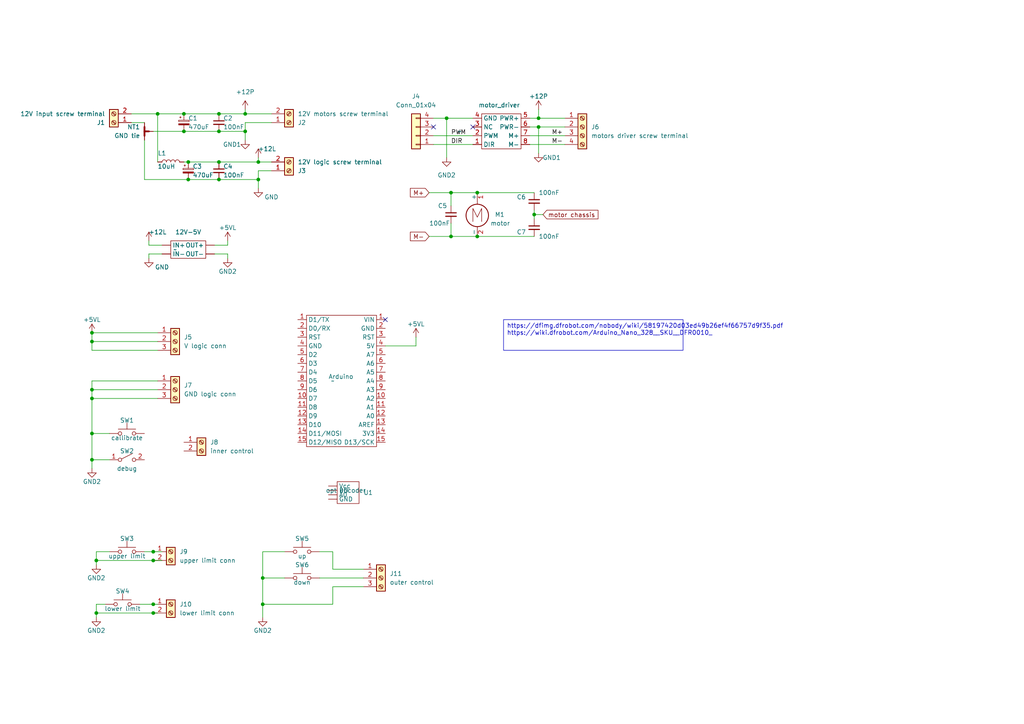
<source format=kicad_sch>
(kicad_sch (version 20230121) (generator eeschema)
  (paper "A4")
  (lib_symbols
    (symbol "Connector:Screw_Terminal_01x02" (pin_names (offset 1.016) hide)
      (property "Reference" "J" (at 0 2.54 0))
      (property "Value" "Screw_Terminal_01x02" (at 0 -5.08 0))
      (symbol "Screw_Terminal_01x02_1_1"
        (rectangle (start -1.27 1.27) (end 1.27 -3.81) (stroke (width 0.254)) (fill (type background)))
        (circle (center 0 -2.54) (radius 0.635) (stroke (width 0.1524)))
        (polyline (pts (xy -0.5334 -2.2098) (xy 0.3302 -3.048)) (stroke (width 0.1524)))
        (polyline (pts (xy -0.5334 0.3302) (xy 0.3302 -0.508)) (stroke (width 0.1524)))
        (polyline (pts (xy -0.3556 -2.032) (xy 0.508 -2.8702)) (stroke (width 0.1524)))
        (polyline (pts (xy -0.3556 0.508) (xy 0.508 -0.3302)) (stroke (width 0.1524)))
        (circle (center 0 0) (radius 0.635) (stroke (width 0.1524)))
        (pin passive line (at -5.08 0 0) (length 3.81) (name "Pin_1") (number "1"))
        (pin passive line (at -5.08 -2.54 0) (length 3.81) (name "Pin_2") (number "2"))
      )
    )
    (symbol "Connector:Screw_Terminal_01x03" (pin_names (offset 1.016) hide)
      (property "Reference" "J" (at 0 5.08 0))
      (property "Value" "Screw_Terminal_01x03" (at 0 -5.08 0))
      (symbol "Screw_Terminal_01x03_1_1"
        (rectangle (start -1.27 3.81) (end 1.27 -3.81) (stroke (width 0.254)) (fill (type background)))
        (circle (center 0 -2.54) (radius 0.635) (stroke (width 0.1524)))
        (polyline (pts (xy -0.5334 -2.2098) (xy 0.3302 -3.048)) (stroke (width 0.1524)))
        (polyline (pts (xy -0.5334 0.3302) (xy 0.3302 -0.508)) (stroke (width 0.1524)))
        (polyline (pts (xy -0.5334 2.8702) (xy 0.3302 2.032)) (stroke (width 0.1524)))
        (polyline (pts (xy -0.3556 -2.032) (xy 0.508 -2.8702)) (stroke (width 0.1524)))
        (polyline (pts (xy -0.3556 0.508) (xy 0.508 -0.3302)) (stroke (width 0.1524)))
        (polyline (pts (xy -0.3556 3.048) (xy 0.508 2.2098)) (stroke (width 0.1524)))
        (circle (center 0 0) (radius 0.635) (stroke (width 0.1524)))
        (circle (center 0 2.54) (radius 0.635) (stroke (width 0.1524)))
        (pin passive line (at -5.08 2.54 0) (length 3.81) (name "Pin_1") (number "1"))
        (pin passive line (at -5.08 0 0) (length 3.81) (name "Pin_2") (number "2"))
        (pin passive line (at -5.08 -2.54 0) (length 3.81) (name "Pin_3") (number "3"))
      )
    )
    (symbol "Connector:Screw_Terminal_01x04" (pin_names (offset 1.016) hide)
      (property "Reference" "J" (at 0 5.08 0))
      (property "Value" "Screw_Terminal_01x04" (at 0 -7.62 0))
      (symbol "Screw_Terminal_01x04_1_1"
        (rectangle (start -1.27 3.81) (end 1.27 -6.35) (stroke (width 0.254)) (fill (type background)))
        (circle (center 0 -5.08) (radius 0.635) (stroke (width 0.1524)))
        (circle (center 0 -2.54) (radius 0.635) (stroke (width 0.1524)))
        (polyline (pts (xy -0.5334 -4.7498) (xy 0.3302 -5.588)) (stroke (width 0.1524)))
        (polyline (pts (xy -0.5334 -2.2098) (xy 0.3302 -3.048)) (stroke (width 0.1524)))
        (polyline (pts (xy -0.5334 0.3302) (xy 0.3302 -0.508)) (stroke (width 0.1524)))
        (polyline (pts (xy -0.5334 2.8702) (xy 0.3302 2.032)) (stroke (width 0.1524)))
        (polyline (pts (xy -0.3556 -4.572) (xy 0.508 -5.4102)) (stroke (width 0.1524)))
        (polyline (pts (xy -0.3556 -2.032) (xy 0.508 -2.8702)) (stroke (width 0.1524)))
        (polyline (pts (xy -0.3556 0.508) (xy 0.508 -0.3302)) (stroke (width 0.1524)))
        (polyline (pts (xy -0.3556 3.048) (xy 0.508 2.2098)) (stroke (width 0.1524)))
        (circle (center 0 0) (radius 0.635) (stroke (width 0.1524)))
        (circle (center 0 2.54) (radius 0.635) (stroke (width 0.1524)))
        (pin passive line (at -5.08 2.54 0) (length 3.81) (name "Pin_1") (number "1"))
        (pin passive line (at -5.08 0 0) (length 3.81) (name "Pin_2") (number "2"))
        (pin passive line (at -5.08 -2.54 0) (length 3.81) (name "Pin_3") (number "3"))
        (pin passive line (at -5.08 -5.08 0) (length 3.81) (name "Pin_4") (number "4"))
      )
    )
    (symbol "Connector_Generic:Conn_01x04" (pin_names (offset 1.016) hide)
      (property "Reference" "J" (at 0 5.08 0))
      (property "Value" "Conn_01x04" (at 0 -7.62 0))
      (symbol "Conn_01x04_1_1"
        (rectangle (start -1.27 -4.953) (end 0 -5.207) (stroke (width 0.1524)))
        (rectangle (start -1.27 -2.413) (end 0 -2.667) (stroke (width 0.1524)))
        (rectangle (start -1.27 0.127) (end 0 -0.127) (stroke (width 0.1524)))
        (rectangle (start -1.27 2.667) (end 0 2.413) (stroke (width 0.1524)))
        (rectangle (start -1.27 3.81) (end 1.27 -6.35) (stroke (width 0.254)) (fill (type background)))
        (pin passive line (at -5.08 2.54 0) (length 3.81) (name "Pin_1") (number "1"))
        (pin passive line (at -5.08 0 0) (length 3.81) (name "Pin_2") (number "2"))
        (pin passive line (at -5.08 -2.54 0) (length 3.81) (name "Pin_3") (number "3"))
        (pin passive line (at -5.08 -5.08 0) (length 3.81) (name "Pin_4") (number "4"))
      )
    )
    (symbol "Device:C_Polarized_Small" (pin_numbers hide) (pin_names (offset 0.254) hide)
      (property "Reference" "C" (at 0.254 1.778 0))
      (property "Value" "C_Polarized_Small" (at 0.254 -2.032 0))
      (symbol "C_Polarized_Small_0_1"
        (rectangle (start -1.524 -0.3048) (end 1.524 -0.6858) (fill (type outline)))
        (rectangle (start -1.524 0.6858) (end 1.524 0.3048))
        (polyline (pts (xy -1.27 1.524) (xy -0.762 1.524)))
        (polyline (pts (xy -1.016 1.27) (xy -1.016 1.778)))
      )
      (symbol "C_Polarized_Small_1_1"
        (pin passive line (at 0 2.54 270) (length 1.8542) (name "~") (number "1"))
        (pin passive line (at 0 -2.54 90) (length 1.8542) (name "~") (number "2"))
      )
    )
    (symbol "Device:C_Small" (pin_numbers hide) (pin_names (offset 0.254) hide)
      (property "Reference" "C" (at 0.254 1.778 0))
      (property "Value" "C_Small" (at 0.254 -2.032 0))
      (symbol "C_Small_0_1"
        (polyline (pts (xy -1.524 -0.508) (xy 1.524 -0.508)) (stroke (width 0.3302)))
        (polyline (pts (xy -1.524 0.508) (xy 1.524 0.508)) (stroke (width 0.3048)))
      )
      (symbol "C_Small_1_1"
        (pin passive line (at 0 2.54 270) (length 2.032) (name "~") (number "1"))
        (pin passive line (at 0 -2.54 90) (length 2.032) (name "~") (number "2"))
      )
    )
    (symbol "Device:L" (pin_numbers hide) (pin_names (offset 1.016) hide)
      (property "Reference" "L" (at -1.27 0 90))
      (property "Value" "L" (at 1.905 0 90))
      (symbol "L_0_1"
        (arc (start 0 -2.54) (mid 0.6323 -1.905) (end 0 -1.27))
        (arc (start 0 -1.27) (mid 0.6323 -0.635) (end 0 0))
        (arc (start 0 0) (mid 0.6323 0.635) (end 0 1.27))
        (arc (start 0 1.27) (mid 0.6323 1.905) (end 0 2.54))
      )
      (symbol "L_1_1"
        (pin passive line (at 0 3.81 270) (length 1.27) (name "1") (number "1"))
        (pin passive line (at 0 -3.81 90) (length 1.27) (name "2") (number "2"))
      )
    )
    (symbol "Device:NetTie_3_Tee" (pin_numbers hide) (pin_names (offset 0) hide) (in_bom no)
      (property "Reference" "NT" (at 0 3.175 0))
      (property "Value" "NetTie_3_Tee" (at 0 1.27 0))
      (symbol "NetTie_3_Tee_0_1"
        (polyline (pts (xy -1.27 0) (xy 1.27 0)) (stroke (width 0.254)))
        (polyline (pts (xy -1.27 0) (xy 1.27 0)) (stroke (width 0.508)))
        (polyline (pts (xy 0 -2.54) (xy 0 -2.54)) (stroke (width 0.254)))
        (polyline (pts (xy 0 -1.27) (xy 0 0)) (stroke (width 0.508)))
      )
      (symbol "NetTie_3_Tee_1_1"
        (pin passive line (at -2.54 0 0) (length 2.54) (name "1") (number "1"))
        (pin passive line (at 2.54 0 180) (length 2.54) (name "2") (number "2"))
        (pin passive line (at 0 -2.54 90) (length 2.54) (name "3") (number "3"))
      )
    )
    (symbol "Motor:Motor_DC" (pin_names (offset 0))
      (property "Reference" "M" (at 2.54 2.54 0))
      (property "Value" "Motor_DC" (at 2.54 -5.08 0))
      (symbol "Motor_DC_0_0"
        (polyline (pts (xy -1.27 -3.302) (xy -1.27 0.508) (xy 0 -2.032) (xy 1.27 0.508) (xy 1.27 -3.302)))
      )
      (symbol "Motor_DC_0_1"
        (circle (center 0 -1.524) (radius 3.2512) (stroke (width 0.254)))
        (polyline (pts (xy 0 -7.62) (xy 0 -7.112)))
        (polyline (pts (xy 0 -4.7752) (xy 0 -5.1816)))
        (polyline (pts (xy 0 1.7272) (xy 0 2.0828)))
        (polyline (pts (xy 0 2.032) (xy 0 2.54)))
      )
      (symbol "Motor_DC_1_1"
        (pin passive line (at 0 5.08 270) (length 2.54) (name "+") (number "1"))
        (pin passive line (at 0 -7.62 90) (length 2.54) (name "-") (number "2"))
      )
    )
    (symbol "Switch:SW_Push" (pin_numbers hide) (pin_names (offset 1.016) hide)
      (property "Reference" "SW" (at 1.27 2.54 0))
      (property "Value" "SW_Push" (at 0 -1.524 0))
      (symbol "SW_Push_0_1"
        (circle (center -2.032 0) (radius 0.508))
        (polyline (pts (xy 0 1.27) (xy 0 3.048)))
        (polyline (pts (xy 2.54 1.27) (xy -2.54 1.27)))
        (circle (center 2.032 0) (radius 0.508))
        (pin passive line (at -5.08 0 0) (length 2.54) (name "1") (number "1"))
        (pin passive line (at 5.08 0 180) (length 2.54) (name "2") (number "2"))
      )
    )
    (symbol "Switch:SW_SPST" (pin_names (offset 0) hide)
      (property "Reference" "SW" (at 0 3.175 0))
      (property "Value" "SW_SPST" (at 0 -2.54 0))
      (symbol "SW_SPST_0_0"
        (circle (center -2.032 0) (radius 0.508))
        (polyline (pts (xy -1.524 0.254) (xy 1.524 1.778)))
        (circle (center 2.032 0) (radius 0.508))
      )
      (symbol "SW_SPST_1_1"
        (pin passive line (at -5.08 0 0) (length 2.54) (name "A") (number "1"))
        (pin passive line (at 5.08 0 180) (length 2.54) (name "B") (number "2"))
      )
    )
    (symbol "biurko_lib:Arduino_nano"
      (property "Reference" "Arduino" (at -3.81 0 0))
      (property "Value" "~" (at -2.54 -1.27 0))
      (symbol "Arduino_nano_0_1"
        (rectangle (start -10.16 17.78) (end 10.16 -20.32))
      )
      (symbol "Arduino_nano_1_1"
        (pin bidirectional line (at -12.7 16.51 0) (length 2.54) (name "D1/TX") (number "1"))
        (pin input line (at 12.7 16.51 180) (length 2.54) (name "VIN") (number "1"))
        (pin input line (at 12.7 -6.35 180) (length 2.54) (name "A2") (number "10"))
        (pin bidirectional line (at -12.7 -6.35 0) (length 2.54) (name "D7") (number "10"))
        (pin input line (at 12.7 -8.89 180) (length 2.54) (name "A1") (number "11"))
        (pin bidirectional line (at -12.7 -8.89 0) (length 2.54) (name "D8") (number "11"))
        (pin input line (at 12.7 -11.43 180) (length 2.54) (name "A0") (number "12"))
        (pin bidirectional line (at -12.7 -11.43 0) (length 2.54) (name "D9") (number "12"))
        (pin input line (at 12.7 -13.97 180) (length 2.54) (name "AREF") (number "13"))
        (pin bidirectional line (at -12.7 -13.97 0) (length 2.54) (name "D10") (number "13"))
        (pin input line (at 12.7 -16.51 180) (length 2.54) (name "3V3") (number "14"))
        (pin bidirectional line (at -12.7 -16.51 0) (length 2.54) (name "D11/MOSI") (number "14"))
        (pin bidirectional line (at -12.7 -19.05 0) (length 2.54) (name "D12/MISO") (number "15"))
        (pin input line (at 12.7 -19.05 180) (length 2.54) (name "D13/SCK") (number "15"))
        (pin bidirectional line (at -12.7 13.97 0) (length 2.54) (name "D0/RX") (number "2"))
        (pin input line (at 12.7 13.97 180) (length 2.54) (name "GND") (number "2"))
        (pin bidirectional line (at -12.7 11.43 0) (length 2.54) (name "RST") (number "3"))
        (pin bidirectional line (at 12.7 11.43 180) (length 2.54) (name "RST") (number "3"))
        (pin input line (at 12.7 8.89 180) (length 2.54) (name "5V") (number "4"))
        (pin input line (at -12.7 8.89 0) (length 2.54) (name "GND") (number "4"))
        (pin input line (at 12.7 6.35 180) (length 2.54) (name "A7") (number "5"))
        (pin bidirectional line (at -12.7 6.35 0) (length 2.54) (name "D2") (number "5"))
        (pin input line (at 12.7 3.81 180) (length 2.54) (name "A6") (number "6"))
        (pin bidirectional line (at -12.7 3.81 0) (length 2.54) (name "D3") (number "6"))
        (pin input line (at 12.7 1.27 180) (length 2.54) (name "A5") (number "7"))
        (pin bidirectional line (at -12.7 1.27 0) (length 2.54) (name "D4") (number "7"))
        (pin input line (at 12.7 -1.27 180) (length 2.54) (name "A4") (number "8"))
        (pin bidirectional line (at -12.7 -1.27 0) (length 2.54) (name "D5") (number "8"))
        (pin input line (at 12.7 -3.81 180) (length 2.54) (name "A3") (number "9"))
        (pin bidirectional line (at -12.7 -3.81 0) (length 2.54) (name "D6") (number "9"))
      )
    )
    (symbol "biurko_lib:Cytron_MD13S"
      (property "Reference" "U" (at -12.7 0 0))
      (symbol "Cytron_MD13S_0_1"
        (rectangle (start -5.08 5.08) (end 6.35 -5.08))
      )
      (symbol "Cytron_MD13S_1_1"
        (pin input line (at -7.62 -3.81 0) (length 2.54) (name "DIR") (number "1"))
        (pin input line (at -7.62 -1.27 0) (length 2.54) (name "PWM") (number "2"))
        (pin input line (at -7.62 1.27 0) (length 2.54) (name "NC") (number "3"))
        (pin input line (at -7.62 3.81 0) (length 2.54) (name "GND") (number "4"))
        (pin input line (at 8.89 3.81 180) (length 2.54) (name "PWR+") (number "5"))
        (pin input line (at 8.89 1.27 180) (length 2.54) (name "PWR-") (number "6"))
        (pin output line (at 8.89 -1.27 180) (length 2.54) (name "M+") (number "7"))
        (pin output line (at 8.89 -3.81 180) (length 2.54) (name "M-") (number "8"))
      )
    )
    (symbol "biurko_lib:Step-down_buck"
      (property "Reference" "U" (at -1.27 0 0))
      (symbol "Step-down_buck_0_1"
        (rectangle (start -5.08 2.54) (end 5.08 -2.54))
      )
      (symbol "Step-down_buck_1_1"
        (pin input line (at -7.62 1.27 0) (length 2.54) (name "IN+") (number ""))
        (pin input line (at -7.62 -1.27 0) (length 2.54) (name "IN-") (number ""))
        (pin input line (at 7.62 1.27 180) (length 2.54) (name "OUT+") (number ""))
        (pin input line (at 7.62 -1.27 180) (length 2.54) (name "OUT-") (number ""))
      )
    )
    (symbol "biurko_lib:transoptor"
      (property "Reference" "U" (at 0 0 0))
      (symbol "transoptor_0_1"
        (rectangle (start -3.81 2.54) (end 2.54 -3.81))
      )
      (symbol "transoptor_1_1"
        (pin output line (at -6.35 -1.27 0) (length 2.54) (name "A0") (number ""))
        (pin output line (at -6.35 0 0) (length 2.54) (name "DO") (number ""))
        (pin input line (at -6.35 -2.54 0) (length 2.54) (name "GND") (number ""))
        (pin input line (at -6.35 1.27 0) (length 2.54) (name "Vcc") (number ""))
      )
    )
    (symbol "power:+12L" (power) (pin_names (offset 0))
      (property "Value" "+12L" (at 0 3.556 0))
      (symbol "+12L_0_1"
        (polyline (pts (xy -0.762 1.27) (xy 0 2.54)))
        (polyline (pts (xy 0 0) (xy 0 2.54)))
        (polyline (pts (xy 0 2.54) (xy 0.762 1.27)))
      )
      (symbol "+12L_1_1"
        (pin power_in line (at 0 0 90) (length 0) hide (name "+12L") (number "1"))
      )
    )
    (symbol "power:+12P" (power) (pin_names (offset 0))
      (property "Value" "+12P" (at 0 3.556 0))
      (symbol "+12P_0_1"
        (polyline (pts (xy -0.762 1.27) (xy 0 2.54)))
        (polyline (pts (xy 0 0) (xy 0 2.54)))
        (polyline (pts (xy 0 2.54) (xy 0.762 1.27)))
      )
      (symbol "+12P_1_1"
        (pin power_in line (at 0 0 90) (length 0) hide (name "+12P") (number "1"))
      )
    )
    (symbol "power:+5VL" (power) (pin_names (offset 0))
      (property "Value" "+5VL" (at 0 3.556 0))
      (symbol "+5VL_0_1"
        (polyline (pts (xy -0.762 1.27) (xy 0 2.54)))
        (polyline (pts (xy 0 0) (xy 0 2.54)))
        (polyline (pts (xy 0 2.54) (xy 0.762 1.27)))
      )
      (symbol "+5VL_1_1"
        (pin power_in line (at 0 0 90) (length 0) hide (name "+5VL") (number "1"))
      )
    )
    (symbol "power:GND" (power) (pin_names (offset 0))
      (property "Value" "GND" (at 0 -3.81 0))
      (symbol "GND_0_1"
        (polyline (pts (xy 0 0) (xy 0 -1.27) (xy 1.27 -1.27) (xy 0 -2.54) (xy -1.27 -1.27) (xy 0 -1.27)))
      )
      (symbol "GND_1_1"
        (pin power_in line (at 0 0 270) (length 0) hide (name "GND") (number "1"))
      )
    )
    (symbol "power:GND1" (power) (pin_names (offset 0))
      (property "Value" "GND1" (at 0 -3.81 0))
      (symbol "GND1_0_1"
        (polyline (pts (xy 0 0) (xy 0 -1.27) (xy 1.27 -1.27) (xy 0 -2.54) (xy -1.27 -1.27) (xy 0 -1.27)))
      )
      (symbol "GND1_1_1"
        (pin power_in line (at 0 0 270) (length 0) hide (name "GND1") (number "1"))
      )
    )
    (symbol "power:GND2" (power) (pin_names (offset 0))
      (property "Value" "GND2" (at 0 -3.81 0))
      (symbol "GND2_0_1"
        (polyline (pts (xy 0 0) (xy 0 -1.27) (xy 1.27 -1.27) (xy 0 -2.54) (xy -1.27 -1.27) (xy 0 -1.27)))
      )
      (symbol "GND2_1_1"
        (pin power_in line (at 0 0 270) (length 0) hide (name "GND2") (number "1"))
      )
    )
  )
  (junction (at 27.94 177.8))
  (junction (at 71.12 33.02))
  (junction (at 26.67 133.35))
  (junction (at 156.21 34.29))
  (junction (at 63.5 52.07))
  (junction (at 76.2 167.64))
  (junction (at 44.45 177.8))
  (junction (at 138.43 55.88))
  (junction (at 26.67 113.03))
  (junction (at 130.81 55.88))
  (junction (at 129.54 34.29))
  (junction (at 63.5 38.1))
  (junction (at 138.43 68.58))
  (junction (at 74.93 46.99))
  (junction (at 26.67 96.52))
  (junction (at 63.5 46.99))
  (junction (at 53.34 38.1))
  (junction (at 54.61 52.07))
  (junction (at 44.45 175.26))
  (junction (at 63.5 33.02))
  (junction (at 26.67 99.06))
  (junction (at 71.12 38.1))
  (junction (at 44.45 162.56))
  (junction (at 76.2 175.26))
  (junction (at 54.61 46.99))
  (junction (at 74.93 52.07))
  (junction (at 44.45 160.02))
  (junction (at 26.67 115.57))
  (junction (at 53.34 33.02))
  (junction (at 26.67 125.73))
  (junction (at 45.72 33.02))
  (junction (at 27.94 162.56))
  (junction (at 130.81 68.58))
  (junction (at 156.21 36.83))
  (junction (at 154.94 62.23))
  (no_connect (at 111.76 92.71))
  (no_connect (at 137.16 36.83))
  (no_connect (at 125.73 36.83))
  (wire (pts (xy 74.93 45.72) (xy 74.93 46.99)))
  (wire (pts (xy 74.93 54.61) (xy 74.93 52.07)))
  (wire (pts (xy 26.67 99.06) (xy 26.67 101.6)))
  (wire (pts (xy 96.52 165.1) (xy 105.41 165.1)))
  (wire (pts (xy 26.67 133.35) (xy 31.75 133.35)))
  (wire (pts (xy 153.67 39.37) (xy 163.83 39.37)))
  (wire (pts (xy 53.34 33.02) (xy 63.5 33.02)))
  (wire (pts (xy 125.73 34.29) (xy 129.54 34.29)))
  (wire (pts (xy 26.67 99.06) (xy 45.72 99.06)))
  (wire (pts (xy 44.45 162.56) (xy 46.99 162.56)))
  (wire (pts (xy 125.73 41.91) (xy 137.16 41.91)))
  (wire (pts (xy 38.1 35.56) (xy 41.91 35.56)))
  (wire (pts (xy 153.67 41.91) (xy 163.83 41.91)))
  (wire (pts (xy 124.46 68.58) (xy 130.81 68.58)))
  (wire (pts (xy 41.91 52.07) (xy 54.61 52.07)))
  (wire (pts (xy 76.2 167.64) (xy 76.2 175.26)))
  (wire (pts (xy 71.12 33.02) (xy 78.74 33.02)))
  (wire (pts (xy 44.45 177.8) (xy 45.72 177.8)))
  (wire (pts (xy 66.04 69.85) (xy 66.04 71.12)))
  (wire (pts (xy 53.34 38.1) (xy 63.5 38.1)))
  (wire (pts (xy 26.67 113.03) (xy 45.72 113.03)))
  (wire (pts (xy 154.94 62.23) (xy 154.94 63.5)))
  (wire (pts (xy 124.46 55.88) (xy 130.81 55.88)))
  (wire (pts (xy 26.67 113.03) (xy 26.67 115.57)))
  (wire (pts (xy 71.12 40.64) (xy 71.12 38.1)))
  (wire (pts (xy 154.94 62.23) (xy 157.48 62.23)))
  (wire (pts (xy 71.12 35.56) (xy 71.12 38.1)))
  (wire (pts (xy 154.94 60.96) (xy 154.94 62.23)))
  (wire (pts (xy 129.54 34.29) (xy 129.54 45.72)))
  (wire (pts (xy 130.81 68.58) (xy 138.43 68.58)))
  (wire (pts (xy 76.2 160.02) (xy 76.2 167.64)))
  (wire (pts (xy 26.67 110.49) (xy 26.67 113.03)))
  (wire (pts (xy 53.34 46.99) (xy 54.61 46.99)))
  (wire (pts (xy 40.64 175.26) (xy 44.45 175.26)))
  (wire (pts (xy 27.94 177.8) (xy 27.94 179.07)))
  (wire (pts (xy 43.18 71.12) (xy 46.99 71.12)))
  (wire (pts (xy 44.45 160.02) (xy 46.99 160.02)))
  (wire (pts (xy 26.67 125.73) (xy 31.75 125.73)))
  (wire (pts (xy 156.21 34.29) (xy 163.83 34.29)))
  (wire (pts (xy 92.71 167.64) (xy 105.41 167.64)))
  (wire (pts (xy 27.94 163.83) (xy 27.94 162.56)))
  (wire (pts (xy 54.61 46.99) (xy 63.5 46.99)))
  (wire (pts (xy 78.74 35.56) (xy 71.12 35.56)))
  (wire (pts (xy 76.2 167.64) (xy 82.55 167.64)))
  (wire (pts (xy 26.67 101.6) (xy 45.72 101.6)))
  (wire (pts (xy 43.18 69.85) (xy 43.18 71.12)))
  (wire (pts (xy 129.54 34.29) (xy 137.16 34.29)))
  (wire (pts (xy 44.45 38.1) (xy 53.34 38.1)))
  (wire (pts (xy 45.72 33.02) (xy 45.72 46.99)))
  (wire (pts (xy 27.94 177.8) (xy 27.94 175.26)))
  (wire (pts (xy 78.74 49.53) (xy 74.93 49.53)))
  (wire (pts (xy 76.2 160.02) (xy 82.55 160.02)))
  (wire (pts (xy 96.52 170.18) (xy 96.52 175.26)))
  (wire (pts (xy 27.94 162.56) (xy 27.94 160.02)))
  (wire (pts (xy 44.45 175.26) (xy 45.72 175.26)))
  (wire (pts (xy 156.21 31.75) (xy 156.21 34.29)))
  (wire (pts (xy 54.61 52.07) (xy 63.5 52.07)))
  (wire (pts (xy 138.43 55.88) (xy 154.94 55.88)))
  (wire (pts (xy 26.67 115.57) (xy 26.67 125.73)))
  (wire (pts (xy 41.91 160.02) (xy 44.45 160.02)))
  (wire (pts (xy 63.5 52.07) (xy 74.93 52.07)))
  (wire (pts (xy 26.67 115.57) (xy 45.72 115.57)))
  (wire (pts (xy 130.81 55.88) (xy 138.43 55.88)))
  (wire (pts (xy 27.94 160.02) (xy 31.75 160.02)))
  (wire (pts (xy 62.23 73.66) (xy 66.04 73.66)))
  (wire (pts (xy 27.94 177.8) (xy 44.45 177.8)))
  (wire (pts (xy 120.65 97.79) (xy 120.65 100.33)))
  (wire (pts (xy 26.67 96.52) (xy 45.72 96.52)))
  (wire (pts (xy 41.91 40.64) (xy 41.91 52.07)))
  (wire (pts (xy 96.52 160.02) (xy 96.52 165.1)))
  (wire (pts (xy 26.67 96.52) (xy 26.67 99.06)))
  (wire (pts (xy 130.81 55.88) (xy 130.81 59.69)))
  (wire (pts (xy 26.67 133.35) (xy 26.67 135.89)))
  (wire (pts (xy 125.73 39.37) (xy 137.16 39.37)))
  (wire (pts (xy 38.1 33.02) (xy 45.72 33.02)))
  (wire (pts (xy 45.72 110.49) (xy 26.67 110.49)))
  (wire (pts (xy 105.41 170.18) (xy 96.52 170.18)))
  (wire (pts (xy 76.2 175.26) (xy 76.2 179.07)))
  (wire (pts (xy 26.67 125.73) (xy 26.67 133.35)))
  (wire (pts (xy 92.71 160.02) (xy 96.52 160.02)))
  (wire (pts (xy 63.5 46.99) (xy 74.93 46.99)))
  (wire (pts (xy 156.21 36.83) (xy 163.83 36.83)))
  (wire (pts (xy 153.67 36.83) (xy 156.21 36.83)))
  (wire (pts (xy 76.2 175.26) (xy 96.52 175.26)))
  (wire (pts (xy 74.93 46.99) (xy 78.74 46.99)))
  (wire (pts (xy 138.43 68.58) (xy 154.94 68.58)))
  (wire (pts (xy 27.94 175.26) (xy 30.48 175.26)))
  (wire (pts (xy 71.12 38.1) (xy 63.5 38.1)))
  (wire (pts (xy 63.5 33.02) (xy 71.12 33.02)))
  (wire (pts (xy 111.76 100.33) (xy 120.65 100.33)))
  (wire (pts (xy 46.99 73.66) (xy 43.18 73.66)))
  (wire (pts (xy 66.04 73.66) (xy 66.04 74.93)))
  (wire (pts (xy 156.21 44.45) (xy 156.21 36.83)))
  (wire (pts (xy 62.23 71.12) (xy 66.04 71.12)))
  (wire (pts (xy 45.72 33.02) (xy 53.34 33.02)))
  (wire (pts (xy 153.67 34.29) (xy 156.21 34.29)))
  (wire (pts (xy 74.93 49.53) (xy 74.93 52.07)))
  (wire (pts (xy 130.81 64.77) (xy 130.81 68.58)))
  (wire (pts (xy 43.18 73.66) (xy 43.18 74.93)))
  (wire (pts (xy 71.12 31.75) (xy 71.12 33.02)))
  (wire (pts (xy 27.94 162.56) (xy 44.45 162.56)))
  (text_box "https://dfimg.dfrobot.com/nobody/wiki/58197420d03ed49b26ef4f66757d9f35.pdf\nhttps://wiki.dfrobot.com/Arduino_Nano_328__SKU__DFR0010_" (at 146.05 92.71 0) (size 52.07 8.89) (effects (font (size 1.27 1.27)) (justify left top)))
  (label "DIR" (at 130.81 41.91 0))
  (label "M-" (at 160.02 41.91 0))
  (label "PWM" (at 130.81 39.37 0))
  (label "M+" (at 160.02 39.37 0))
  (global_label "M-" (shape input) (at 124.46 68.58 180) (property "Intersheetrefs" "${INTERSHEET_REFS}" (effects hide)))
  (global_label "motor chassis" (shape input) (at 157.48 62.23 0) (property "Intersheetrefs" "${INTERSHEET_REFS}" (effects hide)))
  (global_label "M+" (shape input) (at 124.46 55.88 180) (property "Intersheetrefs" "${INTERSHEET_REFS}" (effects hide)))
  (symbol (lib_id "power:+12L") (at 43.18 69.85 0) (unit 1)
    (property "Reference" "#PWR08" (effects hide))
    (property "Value" "+12L" (at 45.72 67.31 0))
  )
  (symbol (lib_id "Device:C_Small") (at 63.5 35.56 0) (unit 1)
    (property "Reference" "C2" (at 64.77 34.29 0) (effects (justify left)))
    (property "Value" "100nF" (at 64.77 36.83 0) (effects (justify left)))
  )
  (symbol (lib_id "Motor:Motor_DC") (at 138.43 60.96 0) (unit 1)
    (property "Reference" "M1" (at 143.51 62.23 0) (effects (justify left)))
    (property "Value" "motor" (at 142.24 64.77 0) (effects (justify left)))
  )
  (symbol (lib_id "Connector:Screw_Terminal_01x02") (at 58.42 128.27 0) (unit 1)
    (property "Reference" "J8" (at 60.96 128.27 0) (effects (justify left)))
    (property "Value" "inner control" (at 60.96 130.81 0) (effects (justify left)))
  )
  (symbol (lib_id "biurko_lib:Step-down_buck") (at 54.61 72.39 0) (unit 1)
    (property "Reference" "12V-5V" (at 54.61 67.31 0))
    (property "Value" "~" (at 50.8 72.39 0))
  )
  (symbol (lib_id "power:GND2") (at 66.04 74.93 0) (unit 1)
    (property "Reference" "#PWR06" (effects hide))
    (property "Value" "GND2" (at 66.04 78.74 0))
  )
  (symbol (lib_id "biurko_lib:Cytron_MD13S") (at 144.78 38.1 0) (unit 1)
    (property "Reference" "motor_driver" (at 144.78 30.48 0))
    (property "Value" "~" (at 133.35 38.1 0))
  )
  (symbol (lib_id "power:GND") (at 43.18 74.93 0) (unit 1)
    (property "Reference" "#PWR010" (effects hide))
    (property "Value" "GND" (at 46.99 77.47 0))
  )
  (symbol (lib_id "Connector:Screw_Terminal_01x02") (at 33.02 35.56 180) (unit 1)
    (property "Reference" "J1" (at 30.48 35.56 0) (effects (justify left)))
    (property "Value" "12V input screw terminal" (at 30.48 33.02 0) (effects (justify left)))
  )
  (symbol (lib_id "Connector:Screw_Terminal_01x03") (at 110.49 167.64 0) (unit 1)
    (property "Reference" "J11" (at 113.03 166.37 0) (effects (justify left)))
    (property "Value" "outer control" (at 113.03 168.91 0) (effects (justify left)))
  )
  (symbol (lib_id "Switch:SW_Push") (at 36.83 160.02 0) (unit 1)
    (property "Reference" "SW3" (at 36.83 156.21 0))
    (property "Value" "upper limit" (at 36.83 161.29 0))
  )
  (symbol (lib_id "power:+12L") (at 74.93 45.72 0) (unit 1)
    (property "Reference" "#PWR07" (effects hide))
    (property "Value" "+12L" (at 77.47 43.18 0))
  )
  (symbol (lib_id "Device:C_Polarized_Small") (at 54.61 49.53 0) (unit 1)
    (property "Reference" "C3" (at 55.88 48.26 0) (effects (justify left)))
    (property "Value" "470uF" (at 55.88 50.8 0) (effects (justify left)))
  )
  (symbol (lib_id "power:GND1") (at 156.21 44.45 0) (unit 1)
    (property "Reference" "#PWR05" (effects hide))
    (property "Value" "GND1" (at 160.02 45.72 0))
  )
  (symbol (lib_id "power:GND2") (at 26.67 135.89 0) (unit 1)
    (property "Reference" "#PWR013" (effects hide))
    (property "Value" "GND2" (at 26.67 139.7 0))
  )
  (symbol (lib_id "Switch:SW_Push") (at 87.63 160.02 0) (unit 1)
    (property "Reference" "SW5" (at 87.63 156.21 0))
    (property "Value" "up" (at 87.63 161.29 0))
  )
  (symbol (lib_id "power:GND") (at 74.93 54.61 0) (unit 1)
    (property "Reference" "#PWR04" (effects hide))
    (property "Value" "GND" (at 78.74 57.15 0))
  )
  (symbol (lib_id "Device:C_Small") (at 154.94 66.04 0) (unit 1)
    (property "Reference" "C7" (at 149.86 67.31 0) (effects (justify left)))
    (property "Value" "100nF" (at 156.21 68.58 0) (effects (justify left)))
  )
  (symbol (lib_id "power:+12P") (at 71.12 31.75 0) (unit 1)
    (property "Reference" "#PWR01" (effects hide))
    (property "Value" "+12P" (at 71.12 26.67 0))
  )
  (symbol (lib_id "Device:C_Polarized_Small") (at 53.34 35.56 0) (unit 1)
    (property "Reference" "C1" (at 54.61 34.29 0) (effects (justify left)))
    (property "Value" "470uF" (at 54.61 36.83 0) (effects (justify left)))
  )
  (symbol (lib_id "power:GND2") (at 27.94 179.07 0) (unit 1)
    (property "Reference" "#PWR015" (effects hide))
    (property "Value" "GND2" (at 27.94 182.88 0))
  )
  (symbol (lib_id "Device:C_Small") (at 63.5 49.53 0) (unit 1)
    (property "Reference" "C4" (at 64.77 48.26 0) (effects (justify left)))
    (property "Value" "100nF" (at 64.77 50.8 0) (effects (justify left)))
  )
  (symbol (lib_id "Switch:SW_Push") (at 87.63 167.64 0) (unit 1)
    (property "Reference" "SW6" (at 87.63 163.83 0))
    (property "Value" "down" (at 87.63 168.91 0))
  )
  (symbol (lib_id "power:+12P") (at 156.21 31.75 0) (unit 1)
    (property "Reference" "#PWR02" (effects hide))
    (property "Value" "+12P" (at 156.21 27.94 0))
  )
  (symbol (lib_id "biurko_lib:transoptor") (at 101.6 142.24 0) (unit 1)
    (property "Reference" "U1" (at 105.41 142.875 0) (effects (justify left)))
    (property "Value" "opt encoder" (at 100.33 142.24 0))
  )
  (symbol (lib_id "Connector:Screw_Terminal_01x04") (at 168.91 36.83 0) (unit 1)
    (property "Reference" "J6" (at 171.45 36.83 0) (effects (justify left)))
    (property "Value" "motors driver screw terminal" (at 171.45 39.37 0) (effects (justify left)))
  )
  (symbol (lib_id "power:+5VL") (at 66.04 69.85 0) (unit 1)
    (property "Reference" "#PWR011" (effects hide))
    (property "Value" "+5VL" (at 66.04 66.04 0))
  )
  (symbol (lib_id "Connector_Generic:Conn_01x04") (at 120.65 39.37 180) (unit 1)
    (property "Reference" "J4" (at 120.65 27.94 0))
    (property "Value" "Conn_01x04" (at 120.65 30.48 0))
  )
  (symbol (lib_id "Switch:SW_Push") (at 36.83 125.73 0) (unit 1)
    (property "Reference" "SW1" (at 36.83 121.92 0))
    (property "Value" "callibrate" (at 36.83 127 0))
  )
  (symbol (lib_id "power:GND2") (at 27.94 163.83 0) (unit 1)
    (property "Reference" "#PWR014" (effects hide))
    (property "Value" "GND2" (at 27.94 167.64 0))
  )
  (symbol (lib_id "Device:L") (at 49.53 46.99 90) (unit 1)
    (property "Reference" "L1" (at 46.99 44.45 90))
    (property "Value" "10uH" (at 48.26 48.26 90))
  )
  (symbol (lib_id "Switch:SW_SPST") (at 36.83 133.35 0) (unit 1)
    (property "Reference" "SW2" (at 36.83 130.81 0))
    (property "Value" "debug" (at 36.83 135.89 0))
  )
  (symbol (lib_id "Connector:Screw_Terminal_01x02") (at 83.82 35.56 0) (mirror x) (unit 1)
    (property "Reference" "J2" (at 86.36 35.56 0) (effects (justify left)))
    (property "Value" "12V motors screw terminal" (at 86.36 33.02 0) (effects (justify left)))
  )
  (symbol (lib_id "Device:NetTie_3_Tee") (at 41.91 38.1 90) (unit 1) (in_bom no)
    (property "Reference" "NT1" (at 40.64 36.83 90) (effects (justify left)))
    (property "Value" "GND tie" (at 40.64 39.37 90) (effects (justify left)))
  )
  (symbol (lib_id "Connector:Screw_Terminal_01x03") (at 50.8 99.06 0) (unit 1)
    (property "Reference" "J5" (at 53.34 97.79 0) (effects (justify left)))
    (property "Value" "V logic conn" (at 53.34 100.33 0) (effects (justify left)))
  )
  (symbol (lib_id "Device:C_Small") (at 130.81 62.23 0) (unit 1)
    (property "Reference" "C5" (at 127 59.69 0) (effects (justify left)))
    (property "Value" "100nF" (at 124.46 64.77 0) (effects (justify left)))
  )
  (symbol (lib_id "Device:C_Small") (at 154.94 58.42 0) (unit 1)
    (property "Reference" "C6" (at 149.86 57.15 0) (effects (justify left)))
    (property "Value" "100nF" (at 156.21 55.88 0) (effects (justify left)))
  )
  (symbol (lib_id "power:+5VL") (at 120.65 97.79 0) (unit 1)
    (property "Reference" "#PWR017" (effects hide))
    (property "Value" "+5VL" (at 120.65 93.98 0))
  )
  (symbol (lib_id "Connector:Screw_Terminal_01x03") (at 50.8 113.03 0) (unit 1)
    (property "Reference" "J7" (at 53.34 111.76 0) (effects (justify left)))
    (property "Value" "GND logic conn" (at 53.34 114.3 0) (effects (justify left)))
  )
  (symbol (lib_id "Connector:Screw_Terminal_01x02") (at 49.53 160.02 0) (unit 1)
    (property "Reference" "J9" (at 52.07 160.02 0) (effects (justify left)))
    (property "Value" "upper limit conn" (at 52.07 162.56 0) (effects (justify left)))
  )
  (symbol (lib_id "power:GND1") (at 71.12 40.64 0) (unit 1)
    (property "Reference" "#PWR03" (effects hide))
    (property "Value" "GND1" (at 67.31 41.91 0))
  )
  (symbol (lib_id "Switch:SW_Push") (at 35.56 175.26 0) (unit 1)
    (property "Reference" "SW4" (at 35.56 171.45 0))
    (property "Value" "lower limit" (at 35.56 176.53 0))
  )
  (symbol (lib_id "Connector:Screw_Terminal_01x02") (at 49.53 175.26 0) (unit 1)
    (property "Reference" "J10" (at 52.07 175.26 0) (effects (justify left)))
    (property "Value" "lower limit conn" (at 52.07 177.8 0) (effects (justify left)))
  )
  (symbol (lib_id "biurko_lib:Arduino_nano") (at 99.06 109.22 0) (unit 1)
    (property "Reference" "Arduino" (at 95.25 109.22 0) (effects (justify left)))
    (property "Value" "~" (at 96.52 110.49 0))
  )
  (symbol (lib_id "power:GND2") (at 129.54 45.72 0) (unit 1)
    (property "Reference" "#PWR09" (effects hide))
    (property "Value" "GND2" (at 129.54 50.8 0))
  )
  (symbol (lib_id "Connector:Screw_Terminal_01x02") (at 83.82 49.53 0) (mirror x) (unit 1)
    (property "Reference" "J3" (at 86.36 49.53 0) (effects (justify left)))
    (property "Value" "12V logic screw terminal" (at 86.36 46.99 0) (effects (justify left)))
  )
  (symbol (lib_id "power:+5VL") (at 26.67 96.52 0) (unit 1)
    (property "Reference" "#PWR012" (effects hide))
    (property "Value" "+5VL" (at 26.67 92.71 0))
  )
  (symbol (lib_id "power:GND2") (at 76.2 179.07 0) (unit 1)
    (property "Reference" "#PWR016" (effects hide))
    (property "Value" "GND2" (at 76.2 182.88 0))
  )
)
</source>
